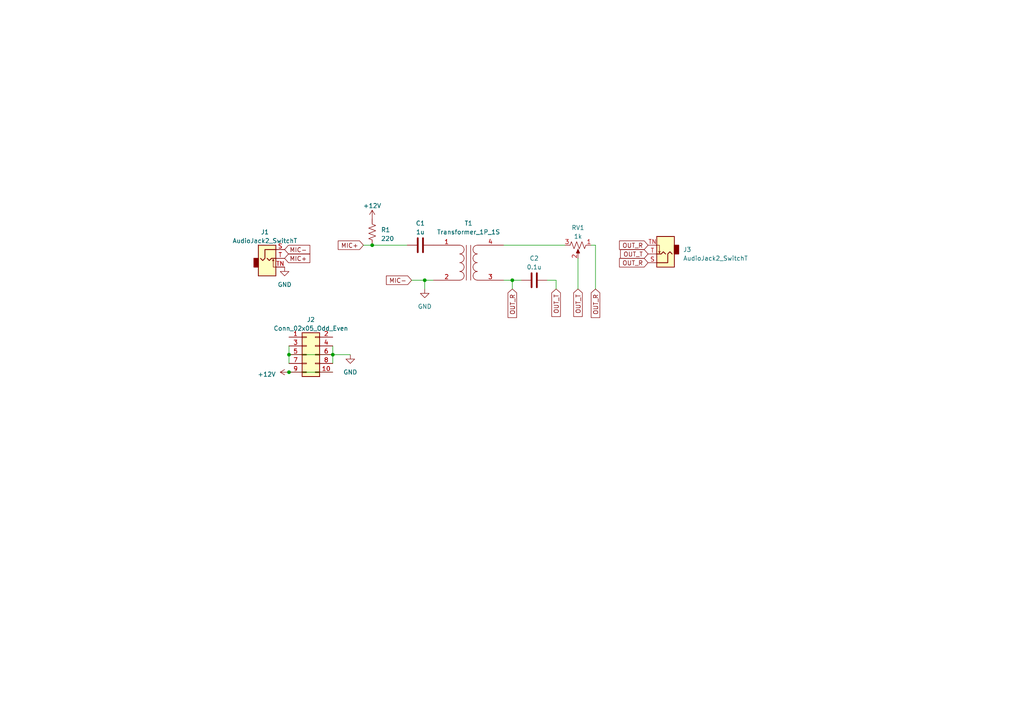
<source format=kicad_sch>
(kicad_sch (version 20230121) (generator eeschema)
  (paper "A4")
  (lib_symbols
    (symbol "Connector_Audio:AudioJack2_SwitchT"
      (property "Reference" "J" (at 0 8.89 0))
      (property "Value" "AudioJack2_SwitchT" (at 0 6.35 0))
      (symbol "AudioJack2_SwitchT_0_1"
        (rectangle (start -2.54 0) (end -3.81 -2.54) (stroke (width 0.254)) (fill (type outline)))
        (polyline (pts (xy 1.778 -0.254) (xy 2.032 -0.762)))
        (polyline (pts (xy 0 0) (xy 0.635 -0.635) (xy 1.27 0) (xy 2.54 0)) (stroke (width 0.254)))
        (polyline (pts (xy 2.54 -2.54) (xy 1.778 -2.54) (xy 1.778 -0.254) (xy 1.524 -0.762)))
        (polyline (pts (xy 2.54 2.54) (xy -0.635 2.54) (xy -0.635 0) (xy -1.27 -0.635) (xy -1.905 0)) (stroke (width 0.254)))
        (rectangle (start 2.54 3.81) (end -2.54 -5.08) (stroke (width 0.254)) (fill (type background)))
      )
      (symbol "AudioJack2_SwitchT_1_1"
        (pin passive line (at 5.08 2.54 180) (length 2.54) (name "~") (number "S"))
        (pin passive line (at 5.08 0 180) (length 2.54) (name "~") (number "T"))
        (pin passive line (at 5.08 -2.54 180) (length 2.54) (name "~") (number "TN"))
      )
    )
    (symbol "Connector_Generic:Conn_02x05_Odd_Even" (pin_names (offset 1.016) hide)
      (property "Reference" "J" (at 1.27 7.62 0))
      (property "Value" "Conn_02x05_Odd_Even" (at 1.27 -7.62 0))
      (symbol "Conn_02x05_Odd_Even_1_1"
        (rectangle (start -1.27 -4.953) (end 0 -5.207) (stroke (width 0.1524)))
        (rectangle (start -1.27 -2.413) (end 0 -2.667) (stroke (width 0.1524)))
        (rectangle (start -1.27 0.127) (end 0 -0.127) (stroke (width 0.1524)))
        (rectangle (start -1.27 2.667) (end 0 2.413) (stroke (width 0.1524)))
        (rectangle (start -1.27 5.207) (end 0 4.953) (stroke (width 0.1524)))
        (rectangle (start -1.27 6.35) (end 3.81 -6.35) (stroke (width 0.254)) (fill (type background)))
        (rectangle (start 3.81 -4.953) (end 2.54 -5.207) (stroke (width 0.1524)))
        (rectangle (start 3.81 -2.413) (end 2.54 -2.667) (stroke (width 0.1524)))
        (rectangle (start 3.81 0.127) (end 2.54 -0.127) (stroke (width 0.1524)))
        (rectangle (start 3.81 2.667) (end 2.54 2.413) (stroke (width 0.1524)))
        (rectangle (start 3.81 5.207) (end 2.54 4.953) (stroke (width 0.1524)))
        (pin passive line (at -5.08 5.08 0) (length 3.81) (name "Pin_1") (number "1"))
        (pin passive line (at 7.62 -5.08 180) (length 3.81) (name "Pin_10") (number "10"))
        (pin passive line (at 7.62 5.08 180) (length 3.81) (name "Pin_2") (number "2"))
        (pin passive line (at -5.08 2.54 0) (length 3.81) (name "Pin_3") (number "3"))
        (pin passive line (at 7.62 2.54 180) (length 3.81) (name "Pin_4") (number "4"))
        (pin passive line (at -5.08 0 0) (length 3.81) (name "Pin_5") (number "5"))
        (pin passive line (at 7.62 0 180) (length 3.81) (name "Pin_6") (number "6"))
        (pin passive line (at -5.08 -2.54 0) (length 3.81) (name "Pin_7") (number "7"))
        (pin passive line (at 7.62 -2.54 180) (length 3.81) (name "Pin_8") (number "8"))
        (pin passive line (at -5.08 -5.08 0) (length 3.81) (name "Pin_9") (number "9"))
      )
    )
    (symbol "Device:C" (pin_numbers hide) (pin_names (offset 0.254))
      (property "Reference" "C" (at 0.635 2.54 0))
      (property "Value" "C" (at 0.635 -2.54 0))
      (symbol "C_0_1"
        (polyline (pts (xy -2.032 -0.762) (xy 2.032 -0.762)) (stroke (width 0.508)))
        (polyline (pts (xy -2.032 0.762) (xy 2.032 0.762)) (stroke (width 0.508)))
      )
      (symbol "C_1_1"
        (pin passive line (at 0 3.81 270) (length 2.794) (name "~") (number "1"))
        (pin passive line (at 0 -3.81 90) (length 2.794) (name "~") (number "2"))
      )
    )
    (symbol "Device:R_Potentiometer_US" (pin_names (offset 1.016) hide)
      (property "Reference" "RV" (at -4.445 0 90))
      (property "Value" "R_Potentiometer_US" (at -2.54 0 90))
      (symbol "R_Potentiometer_US_0_1"
        (polyline (pts (xy 0 -2.286) (xy 0 -2.54)))
        (polyline (pts (xy 0 2.54) (xy 0 2.286)))
        (polyline (pts (xy 2.54 0) (xy 1.524 0)))
        (polyline (pts (xy 1.143 0) (xy 2.286 0.508) (xy 2.286 -0.508) (xy 1.143 0)) (fill (type outline)))
        (polyline (pts (xy 0 -0.762) (xy 1.016 -1.143) (xy 0 -1.524) (xy -1.016 -1.905) (xy 0 -2.286)))
        (polyline (pts (xy 0 0.762) (xy 1.016 0.381) (xy 0 0) (xy -1.016 -0.381) (xy 0 -0.762)))
        (polyline (pts (xy 0 2.286) (xy 1.016 1.905) (xy 0 1.524) (xy -1.016 1.143) (xy 0 0.762)))
      )
      (symbol "R_Potentiometer_US_1_1"
        (pin passive line (at 0 3.81 270) (length 1.27) (name "1") (number "1"))
        (pin passive line (at 3.81 0 180) (length 1.27) (name "2") (number "2"))
        (pin passive line (at 0 -3.81 90) (length 1.27) (name "3") (number "3"))
      )
    )
    (symbol "Device:R_US" (pin_numbers hide) (pin_names (offset 0))
      (property "Reference" "R" (at 2.54 0 90))
      (property "Value" "R_US" (at -2.54 0 90))
      (symbol "R_US_0_1"
        (polyline (pts (xy 0 -2.286) (xy 0 -2.54)))
        (polyline (pts (xy 0 2.286) (xy 0 2.54)))
        (polyline (pts (xy 0 -0.762) (xy 1.016 -1.143) (xy 0 -1.524) (xy -1.016 -1.905) (xy 0 -2.286)))
        (polyline (pts (xy 0 0.762) (xy 1.016 0.381) (xy 0 0) (xy -1.016 -0.381) (xy 0 -0.762)))
        (polyline (pts (xy 0 2.286) (xy 1.016 1.905) (xy 0 1.524) (xy -1.016 1.143) (xy 0 0.762)))
      )
      (symbol "R_US_1_1"
        (pin passive line (at 0 3.81 270) (length 1.27) (name "~") (number "1"))
        (pin passive line (at 0 -3.81 90) (length 1.27) (name "~") (number "2"))
      )
    )
    (symbol "Device:Transformer_1P_1S" (pin_names (offset 1.016) hide)
      (property "Reference" "T" (at 0 6.35 0))
      (property "Value" "Transformer_1P_1S" (at 0 -7.62 0))
      (symbol "Transformer_1P_1S_0_1"
        (arc (start -2.54 -5.0546) (mid -1.6599 -4.6901) (end -1.27 -3.81))
        (arc (start -2.54 -2.5146) (mid -1.6599 -2.1501) (end -1.27 -1.27))
        (arc (start -2.54 0.0254) (mid -1.6599 0.3899) (end -1.27 1.27))
        (arc (start -2.54 2.5654) (mid -1.6599 2.9299) (end -1.27 3.81))
        (arc (start -1.27 -3.81) (mid -1.642 -2.912) (end -2.54 -2.54))
        (arc (start -1.27 -1.27) (mid -1.642 -0.372) (end -2.54 0))
        (arc (start -1.27 1.27) (mid -1.642 2.168) (end -2.54 2.54))
        (arc (start -1.27 3.81) (mid -1.642 4.708) (end -2.54 5.08))
        (polyline (pts (xy -0.635 5.08) (xy -0.635 -5.08)))
        (polyline (pts (xy 0.635 -5.08) (xy 0.635 5.08)))
        (arc (start 1.2954 -1.27) (mid 1.6599 -2.1501) (end 2.54 -2.5146))
        (arc (start 1.2954 1.27) (mid 1.6599 0.3899) (end 2.54 0.0254))
        (arc (start 1.2954 3.81) (mid 1.6599 2.9299) (end 2.54 2.5654))
        (arc (start 1.3208 -3.81) (mid 1.6853 -4.6901) (end 2.5654 -5.0546))
        (arc (start 2.54 0) (mid 1.642 -0.372) (end 1.2954 -1.27))
        (arc (start 2.54 2.54) (mid 1.642 2.168) (end 1.2954 1.27))
        (arc (start 2.54 5.08) (mid 1.642 4.708) (end 1.2954 3.81))
        (arc (start 2.5654 -2.54) (mid 1.6674 -2.912) (end 1.3208 -3.81))
      )
      (symbol "Transformer_1P_1S_1_1"
        (pin passive line (at -10.16 5.08 0) (length 7.62) (name "AA") (number "1"))
        (pin passive line (at -10.16 -5.08 0) (length 7.62) (name "AB") (number "2"))
        (pin passive line (at 10.16 -5.08 180) (length 7.62) (name "SA") (number "3"))
        (pin passive line (at 10.16 5.08 180) (length 7.62) (name "SB") (number "4"))
      )
    )
    (symbol "power:+12V" (power) (pin_names (offset 0))
      (property "Value" "+12V" (at 0 3.556 0))
      (symbol "+12V_0_1"
        (polyline (pts (xy -0.762 1.27) (xy 0 2.54)))
        (polyline (pts (xy 0 0) (xy 0 2.54)))
        (polyline (pts (xy 0 2.54) (xy 0.762 1.27)))
      )
      (symbol "+12V_1_1"
        (pin power_in line (at 0 0 90) (length 0) hide (name "+12V") (number "1"))
      )
    )
    (symbol "power:GND" (power) (pin_names (offset 0))
      (property "Value" "GND" (at 0 -3.81 0))
      (symbol "GND_0_1"
        (polyline (pts (xy 0 0) (xy 0 -1.27) (xy 1.27 -1.27) (xy 0 -2.54) (xy -1.27 -1.27) (xy 0 -1.27)))
      )
      (symbol "GND_1_1"
        (pin power_in line (at 0 0 270) (length 0) hide (name "GND") (number "1"))
      )
    )
  )
  (junction (at 83.82 102.87))
  (junction (at 148.59 81.28))
  (junction (at 123.19 81.28))
  (junction (at 83.82 107.95))
  (junction (at 96.52 102.87))
  (junction (at 107.95 71.12))
  (wire (pts (xy 151.13 81.28) (xy 148.59 81.28)))
  (wire (pts (xy 123.19 81.28) (xy 125.73 81.28)))
  (wire (pts (xy 119.38 81.28) (xy 123.19 81.28)))
  (wire (pts (xy 105.41 71.12) (xy 107.95 71.12)))
  (wire (pts (xy 161.29 81.28) (xy 161.29 83.82)))
  (wire (pts (xy 146.05 81.28) (xy 148.59 81.28)))
  (wire (pts (xy 161.29 81.28) (xy 158.75 81.28)))
  (wire (pts (xy 146.05 71.12) (xy 163.83 71.12)))
  (wire (pts (xy 148.59 83.82) (xy 148.59 81.28)))
  (wire (pts (xy 172.72 71.12) (xy 171.45 71.12)))
  (wire (pts (xy 123.19 83.82) (xy 123.19 81.28)))
  (wire (pts (xy 167.64 83.82) (xy 167.64 74.93)))
  (wire (pts (xy 96.52 102.87) (xy 101.6 102.87)))
  (wire (pts (xy 96.52 100.33) (xy 96.52 102.87)))
  (wire (pts (xy 83.82 102.87) (xy 83.82 105.41)))
  (wire (pts (xy 172.72 83.82) (xy 172.72 71.12)))
  (wire (pts (xy 83.82 100.33) (xy 83.82 102.87)))
  (wire (pts (xy 83.82 102.87) (xy 96.52 102.87)))
  (wire (pts (xy 107.95 71.12) (xy 118.11 71.12)))
  (wire (pts (xy 83.82 107.95) (xy 96.52 107.95)))
  (wire (pts (xy 96.52 102.87) (xy 96.52 105.41)))
  (global_label "OUT_R" (shape input) (at 172.72 83.82 270) (property "Intersheetrefs" "${INTERSHEET_REFS}" (effects hide)))
  (global_label "OUT_T" (shape input) (at 161.29 83.82 270) (property "Intersheetrefs" "${INTERSHEET_REFS}" (effects hide)))
  (global_label "MIC+" (shape input) (at 105.41 71.12 180) (property "Intersheetrefs" "${INTERSHEET_REFS}" (effects hide)))
  (global_label "OUT_T" (shape input) (at 187.96 73.66 180) (property "Intersheetrefs" "${INTERSHEET_REFS}" (effects hide)))
  (global_label "OUT_R" (shape input) (at 187.96 76.2 180) (property "Intersheetrefs" "${INTERSHEET_REFS}" (effects hide)))
  (global_label "OUT_R" (shape input) (at 187.96 71.12 180) (property "Intersheetrefs" "${INTERSHEET_REFS}" (effects hide)))
  (global_label "MIC-" (shape input) (at 82.55 72.39 0) (property "Intersheetrefs" "${INTERSHEET_REFS}" (effects hide)))
  (global_label "OUT_T" (shape input) (at 167.64 83.82 270) (property "Intersheetrefs" "${INTERSHEET_REFS}" (effects hide)))
  (global_label "MIC+" (shape input) (at 82.55 74.93 0) (property "Intersheetrefs" "${INTERSHEET_REFS}" (effects hide)))
  (global_label "OUT_R" (shape input) (at 148.59 83.82 270) (property "Intersheetrefs" "${INTERSHEET_REFS}" (effects hide)))
  (global_label "MIC-" (shape input) (at 119.38 81.28 180) (property "Intersheetrefs" "${INTERSHEET_REFS}" (effects hide)))
  (symbol (lib_id "Device:C") (at 154.94 81.28 90) (unit 1)
    (property "Reference" "C2" (at 154.94 74.93 90))
    (property "Value" "0.1u" (at 154.94 77.47 90))
    (property "Footprint" "PCM_4ms_Capacitor:C_Disc_P5.08mm" (effects hide))
  )
  (symbol (lib_id "power:+12V") (at 83.82 107.95 90) (unit 1)
    (property "Reference" "#PWR02" (effects hide))
    (property "Value" "+12V" (at 80.01 108.585 90) (effects (justify left)))
  )
  (symbol (lib_id "power:GND") (at 82.55 77.47 0) (unit 1)
    (property "Reference" "#PWR04" (effects hide))
    (property "Value" "GND" (at 82.55 82.55 0))
  )
  (symbol (lib_id "Device:R_US") (at 107.95 67.31 180) (unit 1)
    (property "Reference" "R1" (at 110.49 66.675 0) (effects (justify right)))
    (property "Value" "220" (at 110.49 69.215 0) (effects (justify right)))
    (property "Footprint" "PCM_4ms_Resistor:R_Axial_DIN0207_L6.3mm_D2.5mm_P7.62mm_Horizontal" (effects hide))
  )
  (symbol (lib_id "Device:C") (at 121.92 71.12 270) (unit 1)
    (property "Reference" "C1" (at 121.92 64.77 90))
    (property "Value" "1u" (at 121.92 67.31 90))
    (property "Footprint" "PCM_4ms_Capacitor:C_Disc_P5.08mm" (effects hide))
  )
  (symbol (lib_id "power:GND") (at 123.19 83.82 0) (unit 1)
    (property "Reference" "#PWR01" (effects hide))
    (property "Value" "GND" (at 123.19 88.9 0))
  )
  (symbol (lib_id "power:+12V") (at 107.95 63.5 0) (unit 1)
    (property "Reference" "#PWR05" (effects hide))
    (property "Value" "+12V" (at 107.95 59.69 0))
  )
  (symbol (lib_id "Connector_Audio:AudioJack2_SwitchT") (at 77.47 74.93 0) (unit 1)
    (property "Reference" "J1" (at 76.835 67.31 0))
    (property "Value" "AudioJack2_SwitchT" (at 76.835 69.85 0))
    (property "Footprint" "Connector_Audio:Jack_3.5mm_QingPu_WQP-PJ398SM_Vertical_CircularHoles" (effects hide))
  )
  (symbol (lib_id "Device:Transformer_1P_1S") (at 135.89 76.2 0) (unit 1)
    (property "Reference" "T1" (at 135.89 64.77 0))
    (property "Value" "Transformer_1P_1S" (at 135.89 67.31 0))
    (property "Footprint" "AlexCustom:EI14" (effects hide))
  )
  (symbol (lib_id "Device:R_Potentiometer_US") (at 167.64 71.12 270) (unit 1)
    (property "Reference" "RV1" (at 167.64 66.04 90))
    (property "Value" "1k" (at 167.64 68.58 90))
    (property "Footprint" "Potentiometer_THT:Potentiometer_Alpha_RD901F-40-00D_Single_Vertical" (effects hide))
  )
  (symbol (lib_id "Connector_Audio:AudioJack2_SwitchT") (at 193.04 73.66 180) (unit 1)
    (property "Reference" "J3" (at 198.12 72.39 0) (effects (justify right)))
    (property "Value" "AudioJack2_SwitchT" (at 198.12 74.93 0) (effects (justify right)))
    (property "Footprint" "Connector_Audio:Jack_3.5mm_QingPu_WQP-PJ398SM_Vertical_CircularHoles" (effects hide))
  )
  (symbol (lib_id "Connector_Generic:Conn_02x05_Odd_Even") (at 88.9 102.87 0) (unit 1)
    (property "Reference" "J2" (at 90.17 92.71 0))
    (property "Value" "Conn_02x05_Odd_Even" (at 90.17 95.25 0))
    (property "Footprint" "Connector_IDC:IDC-Header_2x05_P2.54mm_Vertical" (effects hide))
  )
  (symbol (lib_id "power:GND") (at 101.6 102.87 0) (unit 1)
    (property "Reference" "#PWR03" (effects hide))
    (property "Value" "GND" (at 101.6 107.95 0))
  )
)
</source>
